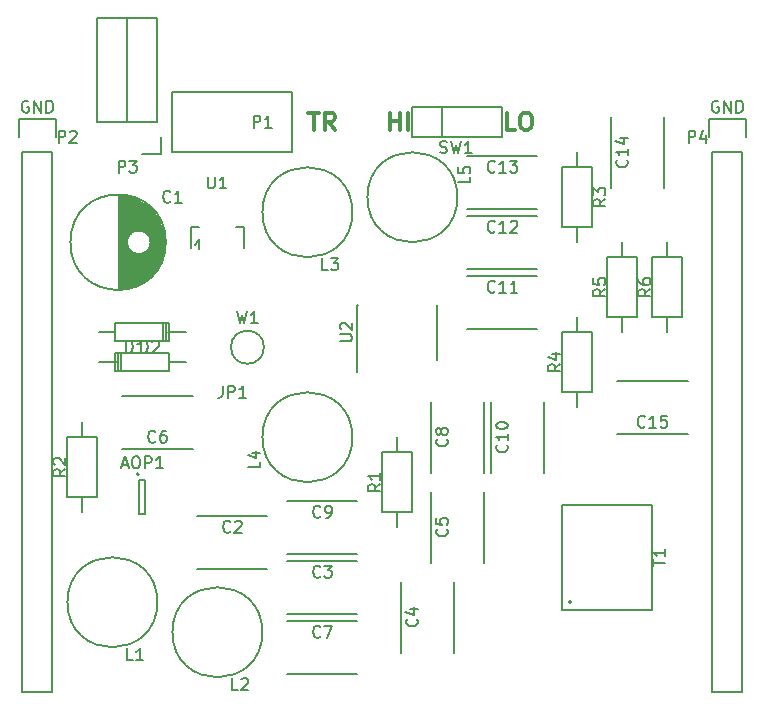
<source format=gbr>
G04 #@! TF.FileFunction,Legend,Top*
%FSLAX46Y46*%
G04 Gerber Fmt 4.6, Leading zero omitted, Abs format (unit mm)*
G04 Created by KiCad (PCBNEW 4.0.4+e1-6308~48~ubuntu16.04.1-stable) date Tue Sep  6 14:07:25 2016*
%MOMM*%
%LPD*%
G01*
G04 APERTURE LIST*
%ADD10C,0.100000*%
%ADD11C,0.300000*%
%ADD12C,0.150000*%
G04 APERTURE END LIST*
D10*
D11*
X76811286Y-87038571D02*
X76811286Y-85538571D01*
X76811286Y-86252857D02*
X77668429Y-86252857D01*
X77668429Y-87038571D02*
X77668429Y-85538571D01*
X78382715Y-87038571D02*
X78382715Y-85538571D01*
X87435572Y-87038571D02*
X86721286Y-87038571D01*
X86721286Y-85538571D01*
X88221286Y-85538571D02*
X88507000Y-85538571D01*
X88649858Y-85610000D01*
X88792715Y-85752857D01*
X88864143Y-86038571D01*
X88864143Y-86538571D01*
X88792715Y-86824286D01*
X88649858Y-86967143D01*
X88507000Y-87038571D01*
X88221286Y-87038571D01*
X88078429Y-86967143D01*
X87935572Y-86824286D01*
X87864143Y-86538571D01*
X87864143Y-86038571D01*
X87935572Y-85752857D01*
X88078429Y-85610000D01*
X88221286Y-85538571D01*
X69941429Y-85538571D02*
X70798572Y-85538571D01*
X70370001Y-87038571D02*
X70370001Y-85538571D01*
X72155715Y-87038571D02*
X71655715Y-86324286D01*
X71298572Y-87038571D02*
X71298572Y-85538571D01*
X71870000Y-85538571D01*
X72012858Y-85610000D01*
X72084286Y-85681429D01*
X72155715Y-85824286D01*
X72155715Y-86038571D01*
X72084286Y-86181429D01*
X72012858Y-86252857D01*
X71870000Y-86324286D01*
X71298572Y-86324286D01*
D12*
X55580000Y-116160000D02*
G75*
G03X55580000Y-116160000I-100000J0D01*
G01*
X56130000Y-116660000D02*
X55630000Y-116660000D01*
X56130000Y-119560000D02*
X56130000Y-116660000D01*
X55630000Y-119560000D02*
X56130000Y-119560000D01*
X55630000Y-116660000D02*
X55630000Y-119560000D01*
X53895000Y-92521000D02*
X53895000Y-100519000D01*
X54035000Y-92526000D02*
X54035000Y-100514000D01*
X54175000Y-92536000D02*
X54175000Y-100504000D01*
X54315000Y-92551000D02*
X54315000Y-100489000D01*
X54455000Y-92571000D02*
X54455000Y-100469000D01*
X54595000Y-92596000D02*
X54595000Y-96298000D01*
X54595000Y-96742000D02*
X54595000Y-100444000D01*
X54735000Y-92626000D02*
X54735000Y-95970000D01*
X54735000Y-97070000D02*
X54735000Y-100414000D01*
X54875000Y-92662000D02*
X54875000Y-95801000D01*
X54875000Y-97239000D02*
X54875000Y-100378000D01*
X55015000Y-92703000D02*
X55015000Y-95688000D01*
X55015000Y-97352000D02*
X55015000Y-100337000D01*
X55155000Y-92749000D02*
X55155000Y-95610000D01*
X55155000Y-97430000D02*
X55155000Y-100291000D01*
X55295000Y-92802000D02*
X55295000Y-95559000D01*
X55295000Y-97481000D02*
X55295000Y-100238000D01*
X55435000Y-92861000D02*
X55435000Y-95529000D01*
X55435000Y-97511000D02*
X55435000Y-100179000D01*
X55575000Y-92926000D02*
X55575000Y-95520000D01*
X55575000Y-97520000D02*
X55575000Y-100114000D01*
X55715000Y-92997000D02*
X55715000Y-95531000D01*
X55715000Y-97509000D02*
X55715000Y-100043000D01*
X55855000Y-93076000D02*
X55855000Y-95561000D01*
X55855000Y-97479000D02*
X55855000Y-99964000D01*
X55995000Y-93163000D02*
X55995000Y-95615000D01*
X55995000Y-97425000D02*
X55995000Y-99877000D01*
X56135000Y-93258000D02*
X56135000Y-95695000D01*
X56135000Y-97345000D02*
X56135000Y-99782000D01*
X56275000Y-93362000D02*
X56275000Y-95811000D01*
X56275000Y-97229000D02*
X56275000Y-99678000D01*
X56415000Y-93476000D02*
X56415000Y-95985000D01*
X56415000Y-97055000D02*
X56415000Y-99564000D01*
X56555000Y-93601000D02*
X56555000Y-96347000D01*
X56555000Y-96693000D02*
X56555000Y-99439000D01*
X56695000Y-93739000D02*
X56695000Y-99301000D01*
X56835000Y-93891000D02*
X56835000Y-99149000D01*
X56975000Y-94061000D02*
X56975000Y-98979000D01*
X57115000Y-94252000D02*
X57115000Y-98788000D01*
X57255000Y-94470000D02*
X57255000Y-98570000D01*
X57395000Y-94726000D02*
X57395000Y-98314000D01*
X57535000Y-95037000D02*
X57535000Y-98003000D01*
X57675000Y-95453000D02*
X57675000Y-97587000D01*
X57815000Y-96320000D02*
X57815000Y-96720000D01*
X56570000Y-96520000D02*
G75*
G03X56570000Y-96520000I-1000000J0D01*
G01*
X57857500Y-96520000D02*
G75*
G03X57857500Y-96520000I-4037500J0D01*
G01*
X60460000Y-119670000D02*
X66460000Y-119670000D01*
X66460000Y-124170000D02*
X60460000Y-124170000D01*
X68080000Y-123480000D02*
X74080000Y-123480000D01*
X74080000Y-127980000D02*
X68080000Y-127980000D01*
X77760000Y-131310000D02*
X77760000Y-125310000D01*
X82260000Y-125310000D02*
X82260000Y-131310000D01*
X80300000Y-123690000D02*
X80300000Y-117690000D01*
X84800000Y-117690000D02*
X84800000Y-123690000D01*
X60190000Y-114010000D02*
X54190000Y-114010000D01*
X54190000Y-109510000D02*
X60190000Y-109510000D01*
X68080000Y-128560000D02*
X74080000Y-128560000D01*
X74080000Y-133060000D02*
X68080000Y-133060000D01*
X80300000Y-116070000D02*
X80300000Y-110070000D01*
X84800000Y-110070000D02*
X84800000Y-116070000D01*
X68080000Y-118400000D02*
X74080000Y-118400000D01*
X74080000Y-122900000D02*
X68080000Y-122900000D01*
X85380000Y-116070000D02*
X85380000Y-110070000D01*
X89880000Y-110070000D02*
X89880000Y-116070000D01*
X83320000Y-99350000D02*
X89320000Y-99350000D01*
X89320000Y-103850000D02*
X83320000Y-103850000D01*
X83320000Y-94270000D02*
X89320000Y-94270000D01*
X89320000Y-98770000D02*
X83320000Y-98770000D01*
X83320000Y-89190000D02*
X89320000Y-89190000D01*
X89320000Y-93690000D02*
X83320000Y-93690000D01*
X95540000Y-91940000D02*
X95540000Y-85940000D01*
X100040000Y-85940000D02*
X100040000Y-91940000D01*
X102100000Y-112740000D02*
X96100000Y-112740000D01*
X96100000Y-108240000D02*
X102100000Y-108240000D01*
X53593480Y-104142540D02*
X52196480Y-104142540D01*
X58038480Y-104142540D02*
X59562480Y-104142540D01*
X57657480Y-104904540D02*
X57657480Y-103380540D01*
X57911480Y-104904540D02*
X57911480Y-103380540D01*
X58165480Y-104142540D02*
X58165480Y-103380540D01*
X58165480Y-103380540D02*
X53593480Y-103380540D01*
X53593480Y-103380540D02*
X53593480Y-104904540D01*
X53593480Y-104904540D02*
X58165480Y-104904540D01*
X58165480Y-104904540D02*
X58165480Y-104142540D01*
X58166520Y-106677460D02*
X59563520Y-106677460D01*
X53721520Y-106677460D02*
X52197520Y-106677460D01*
X54102520Y-105915460D02*
X54102520Y-107439460D01*
X53848520Y-105915460D02*
X53848520Y-107439460D01*
X53594520Y-106677460D02*
X53594520Y-107439460D01*
X53594520Y-107439460D02*
X58166520Y-107439460D01*
X58166520Y-107439460D02*
X58166520Y-105915460D01*
X58166520Y-105915460D02*
X53594520Y-105915460D01*
X53594520Y-105915460D02*
X53594520Y-106677460D01*
X57150000Y-127000000D02*
G75*
G03X57150000Y-127000000I-3810000J0D01*
G01*
X66040000Y-129540000D02*
G75*
G03X66040000Y-129540000I-3810000J0D01*
G01*
X73660000Y-93980000D02*
G75*
G03X73660000Y-93980000I-3810000J0D01*
G01*
X73660000Y-113030000D02*
G75*
G03X73660000Y-113030000I-3810000J0D01*
G01*
X82550000Y-92710000D02*
G75*
G03X82550000Y-92710000I-3810000J0D01*
G01*
X52070000Y-77530000D02*
X52070000Y-86360000D01*
X54610000Y-77530000D02*
X52070000Y-77530000D01*
X54610000Y-86360000D02*
X54610000Y-77530000D01*
X54610000Y-86360000D02*
X52070000Y-86360000D01*
X57150000Y-86360000D02*
X54610000Y-86360000D01*
X55880000Y-89030000D02*
X57430000Y-89030000D01*
X57430000Y-89030000D02*
X57430000Y-87630000D01*
X57150000Y-86360000D02*
X57150000Y-77530000D01*
X57150000Y-77530000D02*
X54610000Y-77530000D01*
X54610000Y-77530000D02*
X54610000Y-86360000D01*
X76200000Y-119380000D02*
X76200000Y-114300000D01*
X76200000Y-114300000D02*
X78740000Y-114300000D01*
X78740000Y-114300000D02*
X78740000Y-119380000D01*
X78740000Y-119380000D02*
X76200000Y-119380000D01*
X77470000Y-119380000D02*
X77470000Y-120650000D01*
X77470000Y-114300000D02*
X77470000Y-113030000D01*
X49530000Y-118110000D02*
X49530000Y-113030000D01*
X49530000Y-113030000D02*
X52070000Y-113030000D01*
X52070000Y-113030000D02*
X52070000Y-118110000D01*
X52070000Y-118110000D02*
X49530000Y-118110000D01*
X50800000Y-118110000D02*
X50800000Y-119380000D01*
X50800000Y-113030000D02*
X50800000Y-111760000D01*
X93980000Y-90170000D02*
X93980000Y-95250000D01*
X93980000Y-95250000D02*
X91440000Y-95250000D01*
X91440000Y-95250000D02*
X91440000Y-90170000D01*
X91440000Y-90170000D02*
X93980000Y-90170000D01*
X92710000Y-90170000D02*
X92710000Y-88900000D01*
X92710000Y-95250000D02*
X92710000Y-96520000D01*
X91440000Y-109220000D02*
X91440000Y-104140000D01*
X91440000Y-104140000D02*
X93980000Y-104140000D01*
X93980000Y-104140000D02*
X93980000Y-109220000D01*
X93980000Y-109220000D02*
X91440000Y-109220000D01*
X92710000Y-109220000D02*
X92710000Y-110490000D01*
X92710000Y-104140000D02*
X92710000Y-102870000D01*
X95250000Y-102870000D02*
X95250000Y-97790000D01*
X95250000Y-97790000D02*
X97790000Y-97790000D01*
X97790000Y-97790000D02*
X97790000Y-102870000D01*
X97790000Y-102870000D02*
X95250000Y-102870000D01*
X96520000Y-102870000D02*
X96520000Y-104140000D01*
X96520000Y-97790000D02*
X96520000Y-96520000D01*
X99060000Y-102870000D02*
X99060000Y-97790000D01*
X99060000Y-97790000D02*
X101600000Y-97790000D01*
X101600000Y-97790000D02*
X101600000Y-102870000D01*
X101600000Y-102870000D02*
X99060000Y-102870000D01*
X100330000Y-102870000D02*
X100330000Y-104140000D01*
X100330000Y-97790000D02*
X100330000Y-96520000D01*
X78740000Y-87630000D02*
X78740000Y-85090000D01*
X78740000Y-85090000D02*
X86360000Y-85090000D01*
X86360000Y-85090000D02*
X86360000Y-87630000D01*
X86360000Y-87630000D02*
X78740000Y-87630000D01*
X81280000Y-85090000D02*
X81280000Y-87630000D01*
X60330080Y-96720660D02*
X60579000Y-96420940D01*
X60579000Y-96420940D02*
X60680600Y-96271080D01*
X60680600Y-96271080D02*
X60680600Y-97119440D01*
X59979560Y-95219520D02*
X59979560Y-97020380D01*
X59979560Y-95219520D02*
X60629800Y-95219520D01*
X64480440Y-95219520D02*
X64480440Y-97020380D01*
X64480440Y-95219520D02*
X63830200Y-95219520D01*
X66170000Y-105410000D02*
G75*
G03X66170000Y-105410000I-1400000J0D01*
G01*
X74020000Y-101815000D02*
X74120000Y-101815000D01*
X80845000Y-101815000D02*
X80820000Y-101815000D01*
X80845000Y-106465000D02*
X80820000Y-106465000D01*
X74020000Y-107540000D02*
X74020000Y-101815000D01*
X80845000Y-106465000D02*
X80845000Y-101815000D01*
X58420000Y-83820000D02*
X68580000Y-83820000D01*
X68580000Y-83820000D02*
X68580000Y-88900000D01*
X68580000Y-88900000D02*
X58420000Y-88900000D01*
X58420000Y-88900000D02*
X58420000Y-83820000D01*
X45720000Y-88900000D02*
X45720000Y-134620000D01*
X45720000Y-134620000D02*
X48260000Y-134620000D01*
X48260000Y-134620000D02*
X48260000Y-88900000D01*
X45440000Y-86080000D02*
X45440000Y-87630000D01*
X45720000Y-88900000D02*
X48260000Y-88900000D01*
X48540000Y-87630000D02*
X48540000Y-86080000D01*
X48540000Y-86080000D02*
X45440000Y-86080000D01*
X104140000Y-88900000D02*
X104140000Y-134620000D01*
X104140000Y-134620000D02*
X106680000Y-134620000D01*
X106680000Y-134620000D02*
X106680000Y-88900000D01*
X103860000Y-86080000D02*
X103860000Y-87630000D01*
X104140000Y-88900000D02*
X106680000Y-88900000D01*
X106960000Y-87630000D02*
X106960000Y-86080000D01*
X106960000Y-86080000D02*
X103860000Y-86080000D01*
X92202000Y-127000000D02*
G75*
G03X92202000Y-127000000I-127000J0D01*
G01*
X99060000Y-127635000D02*
X91440000Y-127635000D01*
X91440000Y-127635000D02*
X91440000Y-118745000D01*
X99060000Y-118745000D02*
X99060000Y-127635000D01*
X99060000Y-119380000D02*
X99060000Y-119380000D01*
X91440000Y-118745000D02*
X99060000Y-118745000D01*
X54141905Y-115376667D02*
X54618096Y-115376667D01*
X54046667Y-115662381D02*
X54380000Y-114662381D01*
X54713334Y-115662381D01*
X55237143Y-114662381D02*
X55427620Y-114662381D01*
X55522858Y-114710000D01*
X55618096Y-114805238D01*
X55665715Y-114995714D01*
X55665715Y-115329048D01*
X55618096Y-115519524D01*
X55522858Y-115614762D01*
X55427620Y-115662381D01*
X55237143Y-115662381D01*
X55141905Y-115614762D01*
X55046667Y-115519524D01*
X54999048Y-115329048D01*
X54999048Y-114995714D01*
X55046667Y-114805238D01*
X55141905Y-114710000D01*
X55237143Y-114662381D01*
X56094286Y-115662381D02*
X56094286Y-114662381D01*
X56475239Y-114662381D01*
X56570477Y-114710000D01*
X56618096Y-114757619D01*
X56665715Y-114852857D01*
X56665715Y-114995714D01*
X56618096Y-115090952D01*
X56570477Y-115138571D01*
X56475239Y-115186190D01*
X56094286Y-115186190D01*
X57618096Y-115662381D02*
X57046667Y-115662381D01*
X57332381Y-115662381D02*
X57332381Y-114662381D01*
X57237143Y-114805238D01*
X57141905Y-114900476D01*
X57046667Y-114948095D01*
X58253334Y-93067143D02*
X58205715Y-93114762D01*
X58062858Y-93162381D01*
X57967620Y-93162381D01*
X57824762Y-93114762D01*
X57729524Y-93019524D01*
X57681905Y-92924286D01*
X57634286Y-92733810D01*
X57634286Y-92590952D01*
X57681905Y-92400476D01*
X57729524Y-92305238D01*
X57824762Y-92210000D01*
X57967620Y-92162381D01*
X58062858Y-92162381D01*
X58205715Y-92210000D01*
X58253334Y-92257619D01*
X59205715Y-93162381D02*
X58634286Y-93162381D01*
X58920000Y-93162381D02*
X58920000Y-92162381D01*
X58824762Y-92305238D01*
X58729524Y-92400476D01*
X58634286Y-92448095D01*
X63333334Y-121007143D02*
X63285715Y-121054762D01*
X63142858Y-121102381D01*
X63047620Y-121102381D01*
X62904762Y-121054762D01*
X62809524Y-120959524D01*
X62761905Y-120864286D01*
X62714286Y-120673810D01*
X62714286Y-120530952D01*
X62761905Y-120340476D01*
X62809524Y-120245238D01*
X62904762Y-120150000D01*
X63047620Y-120102381D01*
X63142858Y-120102381D01*
X63285715Y-120150000D01*
X63333334Y-120197619D01*
X63714286Y-120197619D02*
X63761905Y-120150000D01*
X63857143Y-120102381D01*
X64095239Y-120102381D01*
X64190477Y-120150000D01*
X64238096Y-120197619D01*
X64285715Y-120292857D01*
X64285715Y-120388095D01*
X64238096Y-120530952D01*
X63666667Y-121102381D01*
X64285715Y-121102381D01*
X70953334Y-124817143D02*
X70905715Y-124864762D01*
X70762858Y-124912381D01*
X70667620Y-124912381D01*
X70524762Y-124864762D01*
X70429524Y-124769524D01*
X70381905Y-124674286D01*
X70334286Y-124483810D01*
X70334286Y-124340952D01*
X70381905Y-124150476D01*
X70429524Y-124055238D01*
X70524762Y-123960000D01*
X70667620Y-123912381D01*
X70762858Y-123912381D01*
X70905715Y-123960000D01*
X70953334Y-124007619D01*
X71286667Y-123912381D02*
X71905715Y-123912381D01*
X71572381Y-124293333D01*
X71715239Y-124293333D01*
X71810477Y-124340952D01*
X71858096Y-124388571D01*
X71905715Y-124483810D01*
X71905715Y-124721905D01*
X71858096Y-124817143D01*
X71810477Y-124864762D01*
X71715239Y-124912381D01*
X71429524Y-124912381D01*
X71334286Y-124864762D01*
X71286667Y-124817143D01*
X79097143Y-128436666D02*
X79144762Y-128484285D01*
X79192381Y-128627142D01*
X79192381Y-128722380D01*
X79144762Y-128865238D01*
X79049524Y-128960476D01*
X78954286Y-129008095D01*
X78763810Y-129055714D01*
X78620952Y-129055714D01*
X78430476Y-129008095D01*
X78335238Y-128960476D01*
X78240000Y-128865238D01*
X78192381Y-128722380D01*
X78192381Y-128627142D01*
X78240000Y-128484285D01*
X78287619Y-128436666D01*
X78525714Y-127579523D02*
X79192381Y-127579523D01*
X78144762Y-127817619D02*
X78859048Y-128055714D01*
X78859048Y-127436666D01*
X81637143Y-120816666D02*
X81684762Y-120864285D01*
X81732381Y-121007142D01*
X81732381Y-121102380D01*
X81684762Y-121245238D01*
X81589524Y-121340476D01*
X81494286Y-121388095D01*
X81303810Y-121435714D01*
X81160952Y-121435714D01*
X80970476Y-121388095D01*
X80875238Y-121340476D01*
X80780000Y-121245238D01*
X80732381Y-121102380D01*
X80732381Y-121007142D01*
X80780000Y-120864285D01*
X80827619Y-120816666D01*
X80732381Y-119911904D02*
X80732381Y-120388095D01*
X81208571Y-120435714D01*
X81160952Y-120388095D01*
X81113333Y-120292857D01*
X81113333Y-120054761D01*
X81160952Y-119959523D01*
X81208571Y-119911904D01*
X81303810Y-119864285D01*
X81541905Y-119864285D01*
X81637143Y-119911904D01*
X81684762Y-119959523D01*
X81732381Y-120054761D01*
X81732381Y-120292857D01*
X81684762Y-120388095D01*
X81637143Y-120435714D01*
X56983334Y-113387143D02*
X56935715Y-113434762D01*
X56792858Y-113482381D01*
X56697620Y-113482381D01*
X56554762Y-113434762D01*
X56459524Y-113339524D01*
X56411905Y-113244286D01*
X56364286Y-113053810D01*
X56364286Y-112910952D01*
X56411905Y-112720476D01*
X56459524Y-112625238D01*
X56554762Y-112530000D01*
X56697620Y-112482381D01*
X56792858Y-112482381D01*
X56935715Y-112530000D01*
X56983334Y-112577619D01*
X57840477Y-112482381D02*
X57650000Y-112482381D01*
X57554762Y-112530000D01*
X57507143Y-112577619D01*
X57411905Y-112720476D01*
X57364286Y-112910952D01*
X57364286Y-113291905D01*
X57411905Y-113387143D01*
X57459524Y-113434762D01*
X57554762Y-113482381D01*
X57745239Y-113482381D01*
X57840477Y-113434762D01*
X57888096Y-113387143D01*
X57935715Y-113291905D01*
X57935715Y-113053810D01*
X57888096Y-112958571D01*
X57840477Y-112910952D01*
X57745239Y-112863333D01*
X57554762Y-112863333D01*
X57459524Y-112910952D01*
X57411905Y-112958571D01*
X57364286Y-113053810D01*
X70953334Y-129897143D02*
X70905715Y-129944762D01*
X70762858Y-129992381D01*
X70667620Y-129992381D01*
X70524762Y-129944762D01*
X70429524Y-129849524D01*
X70381905Y-129754286D01*
X70334286Y-129563810D01*
X70334286Y-129420952D01*
X70381905Y-129230476D01*
X70429524Y-129135238D01*
X70524762Y-129040000D01*
X70667620Y-128992381D01*
X70762858Y-128992381D01*
X70905715Y-129040000D01*
X70953334Y-129087619D01*
X71286667Y-128992381D02*
X71953334Y-128992381D01*
X71524762Y-129992381D01*
X81637143Y-113196666D02*
X81684762Y-113244285D01*
X81732381Y-113387142D01*
X81732381Y-113482380D01*
X81684762Y-113625238D01*
X81589524Y-113720476D01*
X81494286Y-113768095D01*
X81303810Y-113815714D01*
X81160952Y-113815714D01*
X80970476Y-113768095D01*
X80875238Y-113720476D01*
X80780000Y-113625238D01*
X80732381Y-113482380D01*
X80732381Y-113387142D01*
X80780000Y-113244285D01*
X80827619Y-113196666D01*
X81160952Y-112625238D02*
X81113333Y-112720476D01*
X81065714Y-112768095D01*
X80970476Y-112815714D01*
X80922857Y-112815714D01*
X80827619Y-112768095D01*
X80780000Y-112720476D01*
X80732381Y-112625238D01*
X80732381Y-112434761D01*
X80780000Y-112339523D01*
X80827619Y-112291904D01*
X80922857Y-112244285D01*
X80970476Y-112244285D01*
X81065714Y-112291904D01*
X81113333Y-112339523D01*
X81160952Y-112434761D01*
X81160952Y-112625238D01*
X81208571Y-112720476D01*
X81256190Y-112768095D01*
X81351429Y-112815714D01*
X81541905Y-112815714D01*
X81637143Y-112768095D01*
X81684762Y-112720476D01*
X81732381Y-112625238D01*
X81732381Y-112434761D01*
X81684762Y-112339523D01*
X81637143Y-112291904D01*
X81541905Y-112244285D01*
X81351429Y-112244285D01*
X81256190Y-112291904D01*
X81208571Y-112339523D01*
X81160952Y-112434761D01*
X70953334Y-119737143D02*
X70905715Y-119784762D01*
X70762858Y-119832381D01*
X70667620Y-119832381D01*
X70524762Y-119784762D01*
X70429524Y-119689524D01*
X70381905Y-119594286D01*
X70334286Y-119403810D01*
X70334286Y-119260952D01*
X70381905Y-119070476D01*
X70429524Y-118975238D01*
X70524762Y-118880000D01*
X70667620Y-118832381D01*
X70762858Y-118832381D01*
X70905715Y-118880000D01*
X70953334Y-118927619D01*
X71429524Y-119832381D02*
X71620000Y-119832381D01*
X71715239Y-119784762D01*
X71762858Y-119737143D01*
X71858096Y-119594286D01*
X71905715Y-119403810D01*
X71905715Y-119022857D01*
X71858096Y-118927619D01*
X71810477Y-118880000D01*
X71715239Y-118832381D01*
X71524762Y-118832381D01*
X71429524Y-118880000D01*
X71381905Y-118927619D01*
X71334286Y-119022857D01*
X71334286Y-119260952D01*
X71381905Y-119356190D01*
X71429524Y-119403810D01*
X71524762Y-119451429D01*
X71715239Y-119451429D01*
X71810477Y-119403810D01*
X71858096Y-119356190D01*
X71905715Y-119260952D01*
X86717143Y-113672857D02*
X86764762Y-113720476D01*
X86812381Y-113863333D01*
X86812381Y-113958571D01*
X86764762Y-114101429D01*
X86669524Y-114196667D01*
X86574286Y-114244286D01*
X86383810Y-114291905D01*
X86240952Y-114291905D01*
X86050476Y-114244286D01*
X85955238Y-114196667D01*
X85860000Y-114101429D01*
X85812381Y-113958571D01*
X85812381Y-113863333D01*
X85860000Y-113720476D01*
X85907619Y-113672857D01*
X86812381Y-112720476D02*
X86812381Y-113291905D01*
X86812381Y-113006191D02*
X85812381Y-113006191D01*
X85955238Y-113101429D01*
X86050476Y-113196667D01*
X86098095Y-113291905D01*
X85812381Y-112101429D02*
X85812381Y-112006190D01*
X85860000Y-111910952D01*
X85907619Y-111863333D01*
X86002857Y-111815714D01*
X86193333Y-111768095D01*
X86431429Y-111768095D01*
X86621905Y-111815714D01*
X86717143Y-111863333D01*
X86764762Y-111910952D01*
X86812381Y-112006190D01*
X86812381Y-112101429D01*
X86764762Y-112196667D01*
X86717143Y-112244286D01*
X86621905Y-112291905D01*
X86431429Y-112339524D01*
X86193333Y-112339524D01*
X86002857Y-112291905D01*
X85907619Y-112244286D01*
X85860000Y-112196667D01*
X85812381Y-112101429D01*
X85717143Y-100687143D02*
X85669524Y-100734762D01*
X85526667Y-100782381D01*
X85431429Y-100782381D01*
X85288571Y-100734762D01*
X85193333Y-100639524D01*
X85145714Y-100544286D01*
X85098095Y-100353810D01*
X85098095Y-100210952D01*
X85145714Y-100020476D01*
X85193333Y-99925238D01*
X85288571Y-99830000D01*
X85431429Y-99782381D01*
X85526667Y-99782381D01*
X85669524Y-99830000D01*
X85717143Y-99877619D01*
X86669524Y-100782381D02*
X86098095Y-100782381D01*
X86383809Y-100782381D02*
X86383809Y-99782381D01*
X86288571Y-99925238D01*
X86193333Y-100020476D01*
X86098095Y-100068095D01*
X87621905Y-100782381D02*
X87050476Y-100782381D01*
X87336190Y-100782381D02*
X87336190Y-99782381D01*
X87240952Y-99925238D01*
X87145714Y-100020476D01*
X87050476Y-100068095D01*
X85717143Y-95607143D02*
X85669524Y-95654762D01*
X85526667Y-95702381D01*
X85431429Y-95702381D01*
X85288571Y-95654762D01*
X85193333Y-95559524D01*
X85145714Y-95464286D01*
X85098095Y-95273810D01*
X85098095Y-95130952D01*
X85145714Y-94940476D01*
X85193333Y-94845238D01*
X85288571Y-94750000D01*
X85431429Y-94702381D01*
X85526667Y-94702381D01*
X85669524Y-94750000D01*
X85717143Y-94797619D01*
X86669524Y-95702381D02*
X86098095Y-95702381D01*
X86383809Y-95702381D02*
X86383809Y-94702381D01*
X86288571Y-94845238D01*
X86193333Y-94940476D01*
X86098095Y-94988095D01*
X87050476Y-94797619D02*
X87098095Y-94750000D01*
X87193333Y-94702381D01*
X87431429Y-94702381D01*
X87526667Y-94750000D01*
X87574286Y-94797619D01*
X87621905Y-94892857D01*
X87621905Y-94988095D01*
X87574286Y-95130952D01*
X87002857Y-95702381D01*
X87621905Y-95702381D01*
X85717143Y-90527143D02*
X85669524Y-90574762D01*
X85526667Y-90622381D01*
X85431429Y-90622381D01*
X85288571Y-90574762D01*
X85193333Y-90479524D01*
X85145714Y-90384286D01*
X85098095Y-90193810D01*
X85098095Y-90050952D01*
X85145714Y-89860476D01*
X85193333Y-89765238D01*
X85288571Y-89670000D01*
X85431429Y-89622381D01*
X85526667Y-89622381D01*
X85669524Y-89670000D01*
X85717143Y-89717619D01*
X86669524Y-90622381D02*
X86098095Y-90622381D01*
X86383809Y-90622381D02*
X86383809Y-89622381D01*
X86288571Y-89765238D01*
X86193333Y-89860476D01*
X86098095Y-89908095D01*
X87002857Y-89622381D02*
X87621905Y-89622381D01*
X87288571Y-90003333D01*
X87431429Y-90003333D01*
X87526667Y-90050952D01*
X87574286Y-90098571D01*
X87621905Y-90193810D01*
X87621905Y-90431905D01*
X87574286Y-90527143D01*
X87526667Y-90574762D01*
X87431429Y-90622381D01*
X87145714Y-90622381D01*
X87050476Y-90574762D01*
X87002857Y-90527143D01*
X96877143Y-89542857D02*
X96924762Y-89590476D01*
X96972381Y-89733333D01*
X96972381Y-89828571D01*
X96924762Y-89971429D01*
X96829524Y-90066667D01*
X96734286Y-90114286D01*
X96543810Y-90161905D01*
X96400952Y-90161905D01*
X96210476Y-90114286D01*
X96115238Y-90066667D01*
X96020000Y-89971429D01*
X95972381Y-89828571D01*
X95972381Y-89733333D01*
X96020000Y-89590476D01*
X96067619Y-89542857D01*
X96972381Y-88590476D02*
X96972381Y-89161905D01*
X96972381Y-88876191D02*
X95972381Y-88876191D01*
X96115238Y-88971429D01*
X96210476Y-89066667D01*
X96258095Y-89161905D01*
X96305714Y-87733333D02*
X96972381Y-87733333D01*
X95924762Y-87971429D02*
X96639048Y-88209524D01*
X96639048Y-87590476D01*
X98417143Y-112117143D02*
X98369524Y-112164762D01*
X98226667Y-112212381D01*
X98131429Y-112212381D01*
X97988571Y-112164762D01*
X97893333Y-112069524D01*
X97845714Y-111974286D01*
X97798095Y-111783810D01*
X97798095Y-111640952D01*
X97845714Y-111450476D01*
X97893333Y-111355238D01*
X97988571Y-111260000D01*
X98131429Y-111212381D01*
X98226667Y-111212381D01*
X98369524Y-111260000D01*
X98417143Y-111307619D01*
X99369524Y-112212381D02*
X98798095Y-112212381D01*
X99083809Y-112212381D02*
X99083809Y-111212381D01*
X98988571Y-111355238D01*
X98893333Y-111450476D01*
X98798095Y-111498095D01*
X100274286Y-111212381D02*
X99798095Y-111212381D01*
X99750476Y-111688571D01*
X99798095Y-111640952D01*
X99893333Y-111593333D01*
X100131429Y-111593333D01*
X100226667Y-111640952D01*
X100274286Y-111688571D01*
X100321905Y-111783810D01*
X100321905Y-112021905D01*
X100274286Y-112117143D01*
X100226667Y-112164762D01*
X100131429Y-112212381D01*
X99893333Y-112212381D01*
X99798095Y-112164762D01*
X99750476Y-112117143D01*
X54506905Y-105862381D02*
X54506905Y-104862381D01*
X54745000Y-104862381D01*
X54887858Y-104910000D01*
X54983096Y-105005238D01*
X55030715Y-105100476D01*
X55078334Y-105290952D01*
X55078334Y-105433810D01*
X55030715Y-105624286D01*
X54983096Y-105719524D01*
X54887858Y-105814762D01*
X54745000Y-105862381D01*
X54506905Y-105862381D01*
X56030715Y-105862381D02*
X55459286Y-105862381D01*
X55745000Y-105862381D02*
X55745000Y-104862381D01*
X55649762Y-105005238D01*
X55554524Y-105100476D01*
X55459286Y-105148095D01*
X55776905Y-105862381D02*
X55776905Y-104862381D01*
X56015000Y-104862381D01*
X56157858Y-104910000D01*
X56253096Y-105005238D01*
X56300715Y-105100476D01*
X56348334Y-105290952D01*
X56348334Y-105433810D01*
X56300715Y-105624286D01*
X56253096Y-105719524D01*
X56157858Y-105814762D01*
X56015000Y-105862381D01*
X55776905Y-105862381D01*
X56729286Y-104957619D02*
X56776905Y-104910000D01*
X56872143Y-104862381D01*
X57110239Y-104862381D01*
X57205477Y-104910000D01*
X57253096Y-104957619D01*
X57300715Y-105052857D01*
X57300715Y-105148095D01*
X57253096Y-105290952D01*
X56681667Y-105862381D01*
X57300715Y-105862381D01*
X62666667Y-108672381D02*
X62666667Y-109386667D01*
X62619047Y-109529524D01*
X62523809Y-109624762D01*
X62380952Y-109672381D01*
X62285714Y-109672381D01*
X63142857Y-109672381D02*
X63142857Y-108672381D01*
X63523810Y-108672381D01*
X63619048Y-108720000D01*
X63666667Y-108767619D01*
X63714286Y-108862857D01*
X63714286Y-109005714D01*
X63666667Y-109100952D01*
X63619048Y-109148571D01*
X63523810Y-109196190D01*
X63142857Y-109196190D01*
X64666667Y-109672381D02*
X64095238Y-109672381D01*
X64380952Y-109672381D02*
X64380952Y-108672381D01*
X64285714Y-108815238D01*
X64190476Y-108910476D01*
X64095238Y-108958095D01*
X55078334Y-131897381D02*
X54602143Y-131897381D01*
X54602143Y-130897381D01*
X55935477Y-131897381D02*
X55364048Y-131897381D01*
X55649762Y-131897381D02*
X55649762Y-130897381D01*
X55554524Y-131040238D01*
X55459286Y-131135476D01*
X55364048Y-131183095D01*
X63968334Y-134437381D02*
X63492143Y-134437381D01*
X63492143Y-133437381D01*
X64254048Y-133532619D02*
X64301667Y-133485000D01*
X64396905Y-133437381D01*
X64635001Y-133437381D01*
X64730239Y-133485000D01*
X64777858Y-133532619D01*
X64825477Y-133627857D01*
X64825477Y-133723095D01*
X64777858Y-133865952D01*
X64206429Y-134437381D01*
X64825477Y-134437381D01*
X71588334Y-98877381D02*
X71112143Y-98877381D01*
X71112143Y-97877381D01*
X71826429Y-97877381D02*
X72445477Y-97877381D01*
X72112143Y-98258333D01*
X72255001Y-98258333D01*
X72350239Y-98305952D01*
X72397858Y-98353571D01*
X72445477Y-98448810D01*
X72445477Y-98686905D01*
X72397858Y-98782143D01*
X72350239Y-98829762D01*
X72255001Y-98877381D01*
X71969286Y-98877381D01*
X71874048Y-98829762D01*
X71826429Y-98782143D01*
X65857381Y-115101666D02*
X65857381Y-115577857D01*
X64857381Y-115577857D01*
X65190714Y-114339761D02*
X65857381Y-114339761D01*
X64809762Y-114577857D02*
X65524048Y-114815952D01*
X65524048Y-114196904D01*
X83637381Y-90971666D02*
X83637381Y-91447857D01*
X82637381Y-91447857D01*
X82637381Y-90162142D02*
X82637381Y-90638333D01*
X83113571Y-90685952D01*
X83065952Y-90638333D01*
X83018333Y-90543095D01*
X83018333Y-90304999D01*
X83065952Y-90209761D01*
X83113571Y-90162142D01*
X83208810Y-90114523D01*
X83446905Y-90114523D01*
X83542143Y-90162142D01*
X83589762Y-90209761D01*
X83637381Y-90304999D01*
X83637381Y-90543095D01*
X83589762Y-90638333D01*
X83542143Y-90685952D01*
X53871905Y-90622381D02*
X53871905Y-89622381D01*
X54252858Y-89622381D01*
X54348096Y-89670000D01*
X54395715Y-89717619D01*
X54443334Y-89812857D01*
X54443334Y-89955714D01*
X54395715Y-90050952D01*
X54348096Y-90098571D01*
X54252858Y-90146190D01*
X53871905Y-90146190D01*
X54776667Y-89622381D02*
X55395715Y-89622381D01*
X55062381Y-90003333D01*
X55205239Y-90003333D01*
X55300477Y-90050952D01*
X55348096Y-90098571D01*
X55395715Y-90193810D01*
X55395715Y-90431905D01*
X55348096Y-90527143D01*
X55300477Y-90574762D01*
X55205239Y-90622381D01*
X54919524Y-90622381D01*
X54824286Y-90574762D01*
X54776667Y-90527143D01*
X76017381Y-117006666D02*
X75541190Y-117340000D01*
X76017381Y-117578095D02*
X75017381Y-117578095D01*
X75017381Y-117197142D01*
X75065000Y-117101904D01*
X75112619Y-117054285D01*
X75207857Y-117006666D01*
X75350714Y-117006666D01*
X75445952Y-117054285D01*
X75493571Y-117101904D01*
X75541190Y-117197142D01*
X75541190Y-117578095D01*
X76017381Y-116054285D02*
X76017381Y-116625714D01*
X76017381Y-116340000D02*
X75017381Y-116340000D01*
X75160238Y-116435238D01*
X75255476Y-116530476D01*
X75303095Y-116625714D01*
X49347381Y-115736666D02*
X48871190Y-116070000D01*
X49347381Y-116308095D02*
X48347381Y-116308095D01*
X48347381Y-115927142D01*
X48395000Y-115831904D01*
X48442619Y-115784285D01*
X48537857Y-115736666D01*
X48680714Y-115736666D01*
X48775952Y-115784285D01*
X48823571Y-115831904D01*
X48871190Y-115927142D01*
X48871190Y-116308095D01*
X48442619Y-115355714D02*
X48395000Y-115308095D01*
X48347381Y-115212857D01*
X48347381Y-114974761D01*
X48395000Y-114879523D01*
X48442619Y-114831904D01*
X48537857Y-114784285D01*
X48633095Y-114784285D01*
X48775952Y-114831904D01*
X49347381Y-115403333D01*
X49347381Y-114784285D01*
X95067381Y-92876666D02*
X94591190Y-93210000D01*
X95067381Y-93448095D02*
X94067381Y-93448095D01*
X94067381Y-93067142D01*
X94115000Y-92971904D01*
X94162619Y-92924285D01*
X94257857Y-92876666D01*
X94400714Y-92876666D01*
X94495952Y-92924285D01*
X94543571Y-92971904D01*
X94591190Y-93067142D01*
X94591190Y-93448095D01*
X94067381Y-92543333D02*
X94067381Y-91924285D01*
X94448333Y-92257619D01*
X94448333Y-92114761D01*
X94495952Y-92019523D01*
X94543571Y-91971904D01*
X94638810Y-91924285D01*
X94876905Y-91924285D01*
X94972143Y-91971904D01*
X95019762Y-92019523D01*
X95067381Y-92114761D01*
X95067381Y-92400476D01*
X95019762Y-92495714D01*
X94972143Y-92543333D01*
X91257381Y-106846666D02*
X90781190Y-107180000D01*
X91257381Y-107418095D02*
X90257381Y-107418095D01*
X90257381Y-107037142D01*
X90305000Y-106941904D01*
X90352619Y-106894285D01*
X90447857Y-106846666D01*
X90590714Y-106846666D01*
X90685952Y-106894285D01*
X90733571Y-106941904D01*
X90781190Y-107037142D01*
X90781190Y-107418095D01*
X90590714Y-105989523D02*
X91257381Y-105989523D01*
X90209762Y-106227619D02*
X90924048Y-106465714D01*
X90924048Y-105846666D01*
X95067381Y-100496666D02*
X94591190Y-100830000D01*
X95067381Y-101068095D02*
X94067381Y-101068095D01*
X94067381Y-100687142D01*
X94115000Y-100591904D01*
X94162619Y-100544285D01*
X94257857Y-100496666D01*
X94400714Y-100496666D01*
X94495952Y-100544285D01*
X94543571Y-100591904D01*
X94591190Y-100687142D01*
X94591190Y-101068095D01*
X94067381Y-99591904D02*
X94067381Y-100068095D01*
X94543571Y-100115714D01*
X94495952Y-100068095D01*
X94448333Y-99972857D01*
X94448333Y-99734761D01*
X94495952Y-99639523D01*
X94543571Y-99591904D01*
X94638810Y-99544285D01*
X94876905Y-99544285D01*
X94972143Y-99591904D01*
X95019762Y-99639523D01*
X95067381Y-99734761D01*
X95067381Y-99972857D01*
X95019762Y-100068095D01*
X94972143Y-100115714D01*
X98877381Y-100496666D02*
X98401190Y-100830000D01*
X98877381Y-101068095D02*
X97877381Y-101068095D01*
X97877381Y-100687142D01*
X97925000Y-100591904D01*
X97972619Y-100544285D01*
X98067857Y-100496666D01*
X98210714Y-100496666D01*
X98305952Y-100544285D01*
X98353571Y-100591904D01*
X98401190Y-100687142D01*
X98401190Y-101068095D01*
X97877381Y-99639523D02*
X97877381Y-99830000D01*
X97925000Y-99925238D01*
X97972619Y-99972857D01*
X98115476Y-100068095D01*
X98305952Y-100115714D01*
X98686905Y-100115714D01*
X98782143Y-100068095D01*
X98829762Y-100020476D01*
X98877381Y-99925238D01*
X98877381Y-99734761D01*
X98829762Y-99639523D01*
X98782143Y-99591904D01*
X98686905Y-99544285D01*
X98448810Y-99544285D01*
X98353571Y-99591904D01*
X98305952Y-99639523D01*
X98258333Y-99734761D01*
X98258333Y-99925238D01*
X98305952Y-100020476D01*
X98353571Y-100068095D01*
X98448810Y-100115714D01*
X81089667Y-88923762D02*
X81232524Y-88971381D01*
X81470620Y-88971381D01*
X81565858Y-88923762D01*
X81613477Y-88876143D01*
X81661096Y-88780905D01*
X81661096Y-88685667D01*
X81613477Y-88590429D01*
X81565858Y-88542810D01*
X81470620Y-88495190D01*
X81280143Y-88447571D01*
X81184905Y-88399952D01*
X81137286Y-88352333D01*
X81089667Y-88257095D01*
X81089667Y-88161857D01*
X81137286Y-88066619D01*
X81184905Y-88019000D01*
X81280143Y-87971381D01*
X81518239Y-87971381D01*
X81661096Y-88019000D01*
X81994429Y-87971381D02*
X82232524Y-88971381D01*
X82423001Y-88257095D01*
X82613477Y-88971381D01*
X82851572Y-87971381D01*
X83756334Y-88971381D02*
X83184905Y-88971381D01*
X83470619Y-88971381D02*
X83470619Y-87971381D01*
X83375381Y-88114238D01*
X83280143Y-88209476D01*
X83184905Y-88257095D01*
X61417295Y-90971121D02*
X61417295Y-91780645D01*
X61464914Y-91875883D01*
X61512533Y-91923502D01*
X61607771Y-91971121D01*
X61798248Y-91971121D01*
X61893486Y-91923502D01*
X61941105Y-91875883D01*
X61988724Y-91780645D01*
X61988724Y-90971121D01*
X62988724Y-91971121D02*
X62417295Y-91971121D01*
X62703009Y-91971121D02*
X62703009Y-90971121D01*
X62607771Y-91113978D01*
X62512533Y-91209216D01*
X62417295Y-91256835D01*
X63865238Y-102362381D02*
X64103333Y-103362381D01*
X64293810Y-102648095D01*
X64484286Y-103362381D01*
X64722381Y-102362381D01*
X65627143Y-103362381D02*
X65055714Y-103362381D01*
X65341428Y-103362381D02*
X65341428Y-102362381D01*
X65246190Y-102505238D01*
X65150952Y-102600476D01*
X65055714Y-102648095D01*
X72622381Y-104901905D02*
X73431905Y-104901905D01*
X73527143Y-104854286D01*
X73574762Y-104806667D01*
X73622381Y-104711429D01*
X73622381Y-104520952D01*
X73574762Y-104425714D01*
X73527143Y-104378095D01*
X73431905Y-104330476D01*
X72622381Y-104330476D01*
X72717619Y-103901905D02*
X72670000Y-103854286D01*
X72622381Y-103759048D01*
X72622381Y-103520952D01*
X72670000Y-103425714D01*
X72717619Y-103378095D01*
X72812857Y-103330476D01*
X72908095Y-103330476D01*
X73050952Y-103378095D01*
X73622381Y-103949524D01*
X73622381Y-103330476D01*
X65301905Y-86812381D02*
X65301905Y-85812381D01*
X65682858Y-85812381D01*
X65778096Y-85860000D01*
X65825715Y-85907619D01*
X65873334Y-86002857D01*
X65873334Y-86145714D01*
X65825715Y-86240952D01*
X65778096Y-86288571D01*
X65682858Y-86336190D01*
X65301905Y-86336190D01*
X66825715Y-86812381D02*
X66254286Y-86812381D01*
X66540000Y-86812381D02*
X66540000Y-85812381D01*
X66444762Y-85955238D01*
X66349524Y-86050476D01*
X66254286Y-86098095D01*
X48791905Y-88082381D02*
X48791905Y-87082381D01*
X49172858Y-87082381D01*
X49268096Y-87130000D01*
X49315715Y-87177619D01*
X49363334Y-87272857D01*
X49363334Y-87415714D01*
X49315715Y-87510952D01*
X49268096Y-87558571D01*
X49172858Y-87606190D01*
X48791905Y-87606190D01*
X49744286Y-87177619D02*
X49791905Y-87130000D01*
X49887143Y-87082381D01*
X50125239Y-87082381D01*
X50220477Y-87130000D01*
X50268096Y-87177619D01*
X50315715Y-87272857D01*
X50315715Y-87368095D01*
X50268096Y-87510952D01*
X49696667Y-88082381D01*
X50315715Y-88082381D01*
X46228096Y-84590000D02*
X46132858Y-84542381D01*
X45990001Y-84542381D01*
X45847143Y-84590000D01*
X45751905Y-84685238D01*
X45704286Y-84780476D01*
X45656667Y-84970952D01*
X45656667Y-85113810D01*
X45704286Y-85304286D01*
X45751905Y-85399524D01*
X45847143Y-85494762D01*
X45990001Y-85542381D01*
X46085239Y-85542381D01*
X46228096Y-85494762D01*
X46275715Y-85447143D01*
X46275715Y-85113810D01*
X46085239Y-85113810D01*
X46704286Y-85542381D02*
X46704286Y-84542381D01*
X47275715Y-85542381D01*
X47275715Y-84542381D01*
X47751905Y-85542381D02*
X47751905Y-84542381D01*
X47990000Y-84542381D01*
X48132858Y-84590000D01*
X48228096Y-84685238D01*
X48275715Y-84780476D01*
X48323334Y-84970952D01*
X48323334Y-85113810D01*
X48275715Y-85304286D01*
X48228096Y-85399524D01*
X48132858Y-85494762D01*
X47990000Y-85542381D01*
X47751905Y-85542381D01*
X102131905Y-88082381D02*
X102131905Y-87082381D01*
X102512858Y-87082381D01*
X102608096Y-87130000D01*
X102655715Y-87177619D01*
X102703334Y-87272857D01*
X102703334Y-87415714D01*
X102655715Y-87510952D01*
X102608096Y-87558571D01*
X102512858Y-87606190D01*
X102131905Y-87606190D01*
X103560477Y-87415714D02*
X103560477Y-88082381D01*
X103322381Y-87034762D02*
X103084286Y-87749048D01*
X103703334Y-87749048D01*
X104648096Y-84590000D02*
X104552858Y-84542381D01*
X104410001Y-84542381D01*
X104267143Y-84590000D01*
X104171905Y-84685238D01*
X104124286Y-84780476D01*
X104076667Y-84970952D01*
X104076667Y-85113810D01*
X104124286Y-85304286D01*
X104171905Y-85399524D01*
X104267143Y-85494762D01*
X104410001Y-85542381D01*
X104505239Y-85542381D01*
X104648096Y-85494762D01*
X104695715Y-85447143D01*
X104695715Y-85113810D01*
X104505239Y-85113810D01*
X105124286Y-85542381D02*
X105124286Y-84542381D01*
X105695715Y-85542381D01*
X105695715Y-84542381D01*
X106171905Y-85542381D02*
X106171905Y-84542381D01*
X106410000Y-84542381D01*
X106552858Y-84590000D01*
X106648096Y-84685238D01*
X106695715Y-84780476D01*
X106743334Y-84970952D01*
X106743334Y-85113810D01*
X106695715Y-85304286D01*
X106648096Y-85399524D01*
X106552858Y-85494762D01*
X106410000Y-85542381D01*
X106171905Y-85542381D01*
X99147381Y-123951905D02*
X99147381Y-123380476D01*
X100147381Y-123666191D02*
X99147381Y-123666191D01*
X100147381Y-122523333D02*
X100147381Y-123094762D01*
X100147381Y-122809048D02*
X99147381Y-122809048D01*
X99290238Y-122904286D01*
X99385476Y-122999524D01*
X99433095Y-123094762D01*
M02*

</source>
